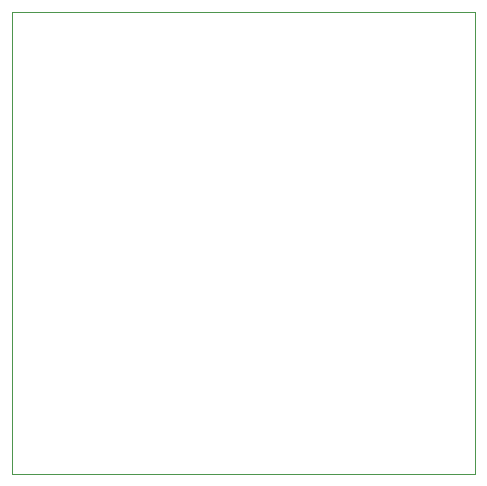
<source format=gbr>
%TF.GenerationSoftware,KiCad,Pcbnew,(6.0.7)*%
%TF.CreationDate,2023-04-15T22:34:50+02:00*%
%TF.ProjectId,sensor board,73656e73-6f72-4206-926f-6172642e6b69,rev?*%
%TF.SameCoordinates,Original*%
%TF.FileFunction,Profile,NP*%
%FSLAX46Y46*%
G04 Gerber Fmt 4.6, Leading zero omitted, Abs format (unit mm)*
G04 Created by KiCad (PCBNEW (6.0.7)) date 2023-04-15 22:34:50*
%MOMM*%
%LPD*%
G01*
G04 APERTURE LIST*
%TA.AperFunction,Profile*%
%ADD10C,0.100000*%
%TD*%
G04 APERTURE END LIST*
D10*
X82000000Y-80508000D02*
X121158000Y-80508000D01*
X121158000Y-80508000D02*
X121158000Y-119634000D01*
X121158000Y-119634000D02*
X82000000Y-119634000D01*
X82000000Y-119634000D02*
X82000000Y-80508000D01*
M02*

</source>
